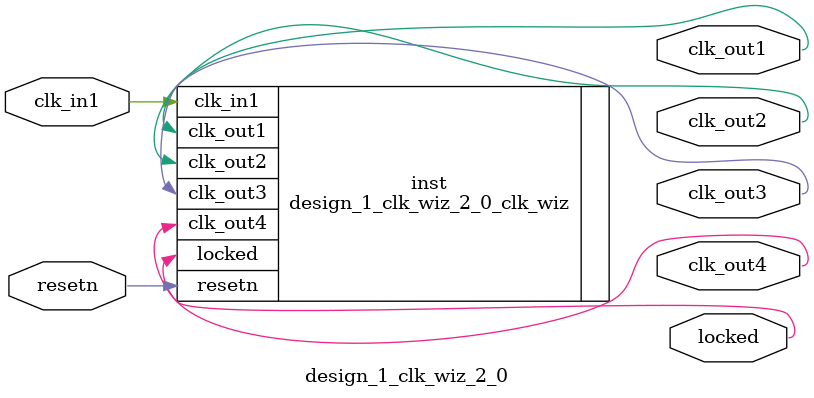
<source format=v>


`timescale 1ps/1ps

(* CORE_GENERATION_INFO = "design_1_clk_wiz_2_0,clk_wiz_v6_0_4_0_0,{component_name=design_1_clk_wiz_2_0,use_phase_alignment=false,use_min_o_jitter=false,use_max_i_jitter=false,use_dyn_phase_shift=false,use_inclk_switchover=false,use_dyn_reconfig=false,enable_axi=0,feedback_source=FDBK_AUTO,PRIMITIVE=MMCM,num_out_clk=4,clkin1_period=20.000,clkin2_period=10.0,use_power_down=false,use_reset=true,use_locked=true,use_inclk_stopped=false,feedback_type=SINGLE,CLOCK_MGR_TYPE=NA,manual_override=false}" *)

module design_1_clk_wiz_2_0 
 (
  // Clock out ports
  output        clk_out1,
  output        clk_out2,
  output        clk_out3,
  output        clk_out4,
  // Status and control signals
  input         resetn,
  output        locked,
 // Clock in ports
  input         clk_in1
 );

  design_1_clk_wiz_2_0_clk_wiz inst
  (
  // Clock out ports  
  .clk_out1(clk_out1),
  .clk_out2(clk_out2),
  .clk_out3(clk_out3),
  .clk_out4(clk_out4),
  // Status and control signals               
  .resetn(resetn), 
  .locked(locked),
 // Clock in ports
  .clk_in1(clk_in1)
  );

endmodule

</source>
